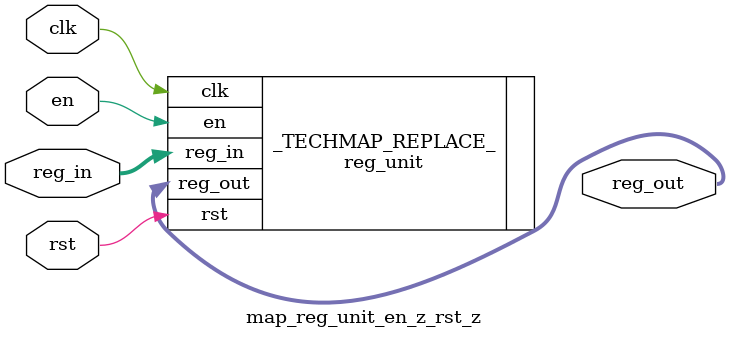
<source format=v>
(* techmap_celltype = "ALU_ALU_func_0" *)
module map_ALU_ALU_func_0 #(
    parameter _TECHMAP_CONSTVAL_data_in1_ = 32'bx,
    parameter _TECHMAP_CONSTVAL_data_in2_ = 32'bx,
    parameter _TECHMAP_CONSTVAL_data_in3_ = 32'bx,
    parameter _TECHMAP_CONSTVAL_data_out_ = 32'bx
)(
    input [2:0] ALU_func,
    input [31:0] data_in1,
    input [31:0] data_in2,
    input [31:0] data_in3,
    output [31:0] data_out
);

generate
    ALU #(
        .ALU_func(1'd0)
    ) _TECHMAP_REPLACE_ (
        .data_in1(data_in1),
        .data_in2(data_in2),
        .data_in3(data_in3),
        .data_out(data_out)
    );

endgenerate

endmodule
(* techmap_celltype = "ALU_ALU_func_1" *)
module map_ALU_ALU_func_1 #(
    parameter _TECHMAP_CONSTVAL_data_in1_ = 32'bx,
    parameter _TECHMAP_CONSTVAL_data_in2_ = 32'bx,
    parameter _TECHMAP_CONSTVAL_data_in3_ = 32'bx,
    parameter _TECHMAP_CONSTVAL_data_out_ = 32'bx
)(
    input [2:0] ALU_func,
    input [31:0] data_in1,
    input [31:0] data_in2,
    input [31:0] data_in3,
    output [31:0] data_out
);

generate
    ALU #(
        .ALU_func(1'd1)
    ) _TECHMAP_REPLACE_ (
        .data_in1(data_in1),
        .data_in2(data_in2),
        .data_in3(data_in3),
        .data_out(data_out)
    );

endgenerate

endmodule
(* techmap_celltype = "ALU_ALU_func_2" *)
module map_ALU_ALU_func_2 #(
    parameter _TECHMAP_CONSTVAL_data_in1_ = 32'bx,
    parameter _TECHMAP_CONSTVAL_data_in2_ = 32'bx,
    parameter _TECHMAP_CONSTVAL_data_in3_ = 32'bx,
    parameter _TECHMAP_CONSTVAL_data_out_ = 32'bx
)(
    input [2:0] ALU_func,
    input [31:0] data_in1,
    input [31:0] data_in2,
    input [31:0] data_in3,
    output [31:0] data_out
);

generate
    ALU #(
        .ALU_func(2'd2)
    ) _TECHMAP_REPLACE_ (
        .data_in1(data_in1),
        .data_in2(data_in2),
        .data_in3(data_in3),
        .data_out(data_out)
    );

endgenerate

endmodule
(* techmap_celltype = "ALU_ALU_func_3" *)
module map_ALU_ALU_func_3 #(
    parameter _TECHMAP_CONSTVAL_data_in1_ = 32'bx,
    parameter _TECHMAP_CONSTVAL_data_in2_ = 32'bx,
    parameter _TECHMAP_CONSTVAL_data_in3_ = 32'bx,
    parameter _TECHMAP_CONSTVAL_data_out_ = 32'bx
)(
    input [2:0] ALU_func,
    input [31:0] data_in1,
    input [31:0] data_in2,
    input [31:0] data_in3,
    output [31:0] data_out
);

generate
    ALU #(
        .ALU_func(2'd3)
    ) _TECHMAP_REPLACE_ (
        .data_in1(data_in1),
        .data_in2(data_in2),
        .data_in3(data_in3),
        .data_out(data_out)
    );

endgenerate

endmodule
(* techmap_celltype = "ALU_ALU_func_4" *)
module map_ALU_ALU_func_4 #(
    parameter _TECHMAP_CONSTVAL_data_in1_ = 32'bx,
    parameter _TECHMAP_CONSTVAL_data_in2_ = 32'bx,
    parameter _TECHMAP_CONSTVAL_data_in3_ = 32'bx,
    parameter _TECHMAP_CONSTVAL_data_out_ = 32'bx
)(
    input [2:0] ALU_func,
    input [31:0] data_in1,
    input [31:0] data_in2,
    input [31:0] data_in3,
    output [31:0] data_out
);

generate
    ALU #(
        .ALU_func(3'd4)
    ) _TECHMAP_REPLACE_ (
        .data_in1(data_in1),
        .data_in2(data_in2),
        .data_in3(data_in3),
        .data_out(data_out)
    );

endgenerate

endmodule
(* techmap_celltype = "ALU_ALU_func_5" *)
module map_ALU_ALU_func_5 #(
    parameter _TECHMAP_CONSTVAL_data_in1_ = 32'bx,
    parameter _TECHMAP_CONSTVAL_data_in2_ = 32'bx,
    parameter _TECHMAP_CONSTVAL_data_in3_ = 32'bx,
    parameter _TECHMAP_CONSTVAL_data_out_ = 32'bx
)(
    input [2:0] ALU_func,
    input [31:0] data_in1,
    input [31:0] data_in2,
    input [31:0] data_in3,
    output [31:0] data_out
);

generate
    ALU #(
        .ALU_func(3'd5)
    ) _TECHMAP_REPLACE_ (
        .data_in1(data_in1),
        .data_in2(data_in2),
        .data_in3(data_in3),
        .data_out(data_out)
    );

endgenerate

endmodule

(* techmap_celltype = "reg_unit_en_1_rst_0" *)
module map_reg_unit_en_1_rst_0 #(
    parameter _TECHMAP_CONSTVAL_reg_in_ = 32'bx,
    parameter _TECHMAP_CONSTVAL_reg_out_ = 32'bx
)(
    input clk,
    input en,
    input [31:0] reg_in,
    input rst,
    output [31:0] reg_out
);

generate
    reg_unit #() _TECHMAP_REPLACE_ (
        .clk(clk),
        .en(1'd1),
        .reg_in(reg_in),
        .reg_out(reg_out),
        .rst(1'd0)
    );

endgenerate

endmodule
(* techmap_celltype = "reg_unit_en_1_rst_z" *)
module map_reg_unit_en_1_rst_z #(
    parameter _TECHMAP_CONSTVAL_reg_in_ = 32'bx,
    parameter _TECHMAP_CONSTVAL_reg_out_ = 32'bx
)(
    input clk,
    input en,
    input [31:0] reg_in,
    input rst,
    output [31:0] reg_out
);

generate
    reg_unit #() _TECHMAP_REPLACE_ (
        .clk(clk),
        .en(1'd1),
        .reg_in(reg_in),
        .reg_out(reg_out),
        .rst(rst)
    );

endgenerate

endmodule
(* techmap_celltype = "reg_unit_en_z_rst_0" *)
module map_reg_unit_en_z_rst_0 #(
    parameter _TECHMAP_CONSTVAL_reg_in_ = 32'bx,
    parameter _TECHMAP_CONSTVAL_reg_out_ = 32'bx
)(
    input clk,
    input en,
    input [31:0] reg_in,
    input rst,
    output [31:0] reg_out
);

generate
    reg_unit #() _TECHMAP_REPLACE_ (
        .clk(clk),
        .en(en),
        .reg_in(reg_in),
        .reg_out(reg_out),
        .rst(1'd0)
    );

endgenerate

endmodule
(* techmap_celltype = "reg_unit_en_z_rst_z" *)
module map_reg_unit_en_z_rst_z #(
    parameter _TECHMAP_CONSTVAL_reg_in_ = 32'bx,
    parameter _TECHMAP_CONSTVAL_reg_out_ = 32'bx
)(
    input clk,
    input en,
    input [31:0] reg_in,
    input rst,
    output [31:0] reg_out
);

generate
    reg_unit #() _TECHMAP_REPLACE_ (
        .clk(clk),
        .en(en),
        .reg_in(reg_in),
        .reg_out(reg_out),
        .rst(rst)
    );

endgenerate

endmodule


</source>
